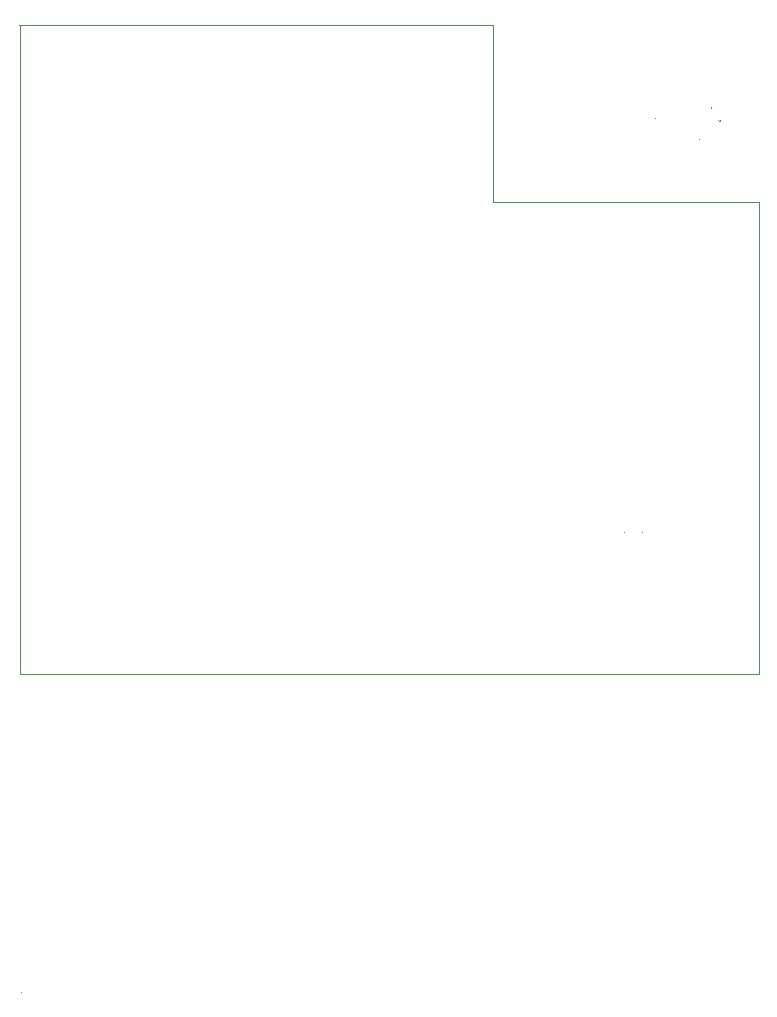
<source format=gbr>
G04 (created by PCBNEW (2013-07-07 BZR 4022)-stable) date 03 Aug 13 4:27:03 PM*
%MOIN*%
G04 Gerber Fmt 3.4, Leading zero omitted, Abs format*
%FSLAX34Y34*%
G01*
G70*
G90*
G04 APERTURE LIST*
%ADD10C,0.00590551*%
%ADD11C,0.00393701*%
G04 APERTURE END LIST*
G54D10*
G54D11*
X6910Y-38149D02*
G75*
G03X6910Y-38149I0J0D01*
G74*
G01*
X6908Y-38149D02*
X6910Y-38149D01*
X6909Y-38148D02*
X6909Y-38150D01*
X6910Y-38149D02*
G75*
G03X6910Y-38149I0J0D01*
G74*
G01*
X6908Y-38149D02*
X6910Y-38149D01*
X6909Y-38148D02*
X6909Y-38150D01*
X6851Y-5905D02*
G75*
G03X6851Y-5905I0J0D01*
G74*
G01*
X6849Y-5905D02*
X6851Y-5905D01*
X6850Y-5904D02*
X6850Y-5906D01*
X30197Y-9094D02*
G75*
G03X30197Y-9094I0J0D01*
G74*
G01*
X30195Y-9094D02*
X30197Y-9094D01*
X30196Y-9093D02*
X30196Y-9095D01*
X30138Y-9074D02*
G75*
G03X30138Y-9074I0J0D01*
G74*
G01*
X30136Y-9074D02*
X30138Y-9074D01*
X30137Y-9073D02*
X30137Y-9075D01*
X29508Y-9724D02*
G75*
G03X29508Y-9724I0J0D01*
G74*
G01*
X29506Y-9724D02*
X29508Y-9724D01*
X29507Y-9723D02*
X29507Y-9725D01*
X28032Y-8996D02*
G75*
G03X28032Y-8996I0J0D01*
G74*
G01*
X28030Y-8996D02*
X28032Y-8996D01*
X28031Y-8995D02*
X28031Y-8997D01*
X29921Y-8661D02*
G75*
G03X29921Y-8661I0J0D01*
G74*
G01*
X29920Y-8661D02*
X29922Y-8661D01*
X29921Y-8660D02*
X29921Y-8662D01*
X27618Y-22814D02*
G75*
G03X27618Y-22814I0J0D01*
G74*
G01*
X27617Y-22814D02*
X27619Y-22814D01*
X27618Y-22813D02*
X27618Y-22815D01*
X27028Y-22814D02*
G75*
G03X27028Y-22814I0J0D01*
G74*
G01*
X27026Y-22814D02*
X27028Y-22814D01*
X27027Y-22813D02*
X27027Y-22815D01*
X31496Y-11811D02*
X30511Y-11811D01*
X31496Y-27559D02*
X31496Y-11811D01*
X6889Y-27559D02*
X31496Y-27559D01*
X6889Y-5905D02*
X6889Y-27559D01*
X22637Y-11811D02*
X30511Y-11811D01*
X22637Y-5905D02*
X22637Y-11811D01*
X6889Y-5905D02*
X22637Y-5905D01*
M02*

</source>
